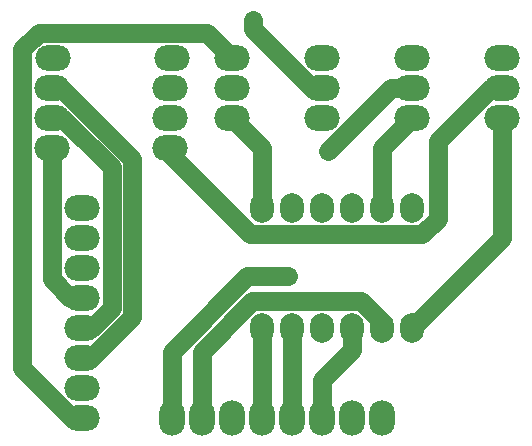
<source format=gbl>
G04 Layer: BottomLayer*
G04 EasyEDA v6.5.22, 2022-12-21 06:26:03*
G04 44fb20df35f846389fc18a84798fcb8b,a0dd7df4febf45e98c33e1d5b3abf522,10*
G04 Gerber Generator version 0.2*
G04 Scale: 100 percent, Rotated: No, Reflected: No *
G04 Dimensions in millimeters *
G04 leading zeros omitted , absolute positions ,4 integer and 5 decimal *
%FSLAX45Y45*%
%MOMM*%

%ADD10C,1.6000*%
%ADD11O,2.999994X2.1999956000000003*%
%ADD12O,2.1999956000000003X2.999994*%
%ADD13O,1.9999959999999999X2.4999949999999997*%
%ADD14C,1.0000*%

%LPD*%
D10*
X3307941Y1242999D02*
G01*
X3307941Y1289403D01*
X3132300Y1465044D01*
X2214016Y1465044D01*
X1783941Y1034976D01*
X1783941Y480999D01*
X1529941Y480999D02*
G01*
X1529941Y1035123D01*
X2171217Y1676400D01*
X2514600Y1676400D01*
X3561941Y3274974D02*
G01*
X3386274Y3274974D01*
X2850182Y2738884D01*
X4323915Y3274974D02*
G01*
X4233415Y3274974D01*
X3782616Y2824175D01*
X3782616Y2163676D01*
X3653655Y2034715D01*
X2192324Y2034715D01*
X1513941Y2713098D01*
X1513941Y2766974D01*
X2037941Y3528974D02*
G01*
X1828774Y3738140D01*
X403633Y3738140D01*
X264591Y3599103D01*
X264591Y902258D01*
X685850Y480999D01*
X767941Y480999D01*
X513941Y3274974D02*
G01*
X596392Y3274974D01*
X1198501Y2672864D01*
X1198501Y1336215D01*
X851286Y988999D01*
X767941Y988999D01*
X513941Y3020974D02*
G01*
X604613Y3020974D01*
X1024384Y2601211D01*
X1024384Y1410616D01*
X856767Y1242999D01*
X767941Y1242999D01*
X513941Y2766974D02*
G01*
X513941Y1656077D01*
X673026Y1496999D01*
X767941Y1496999D01*
X3053941Y1242999D02*
G01*
X3053941Y1054986D01*
X2799941Y800986D01*
X2799941Y480999D01*
X2545941Y1242999D02*
G01*
X2545941Y480999D01*
X2291941Y1242999D02*
G01*
X2291941Y480999D01*
X4323915Y3020974D02*
G01*
X4323915Y2004974D01*
X3561941Y1242999D01*
X3561941Y3020974D02*
G01*
X3307941Y2766974D01*
X3307941Y2258999D01*
X2037941Y3020974D02*
G01*
X2291941Y2766974D01*
X2291941Y2258999D01*
X2219883Y3845105D02*
G01*
X2219883Y3770807D01*
X2715717Y3274974D01*
X2799941Y3274974D01*
D11*
G01*
X767935Y480989D03*
G01*
X767935Y734989D03*
G01*
X767935Y988989D03*
G01*
X767935Y1242989D03*
G01*
X767935Y1496989D03*
G01*
X767935Y1750989D03*
G01*
X767935Y2004989D03*
G01*
X767935Y2258989D03*
D12*
G01*
X3307933Y480989D03*
G01*
X3053933Y480989D03*
G01*
X2799933Y480989D03*
G01*
X2545933Y480989D03*
G01*
X2291933Y480989D03*
G01*
X2037933Y480989D03*
G01*
X1783933Y480989D03*
G01*
X1529933Y480989D03*
D13*
G01*
X2291933Y1242987D03*
G01*
X2545933Y1242987D03*
G01*
X2799933Y1242987D03*
G01*
X3053933Y1242987D03*
G01*
X3307933Y1242987D03*
G01*
X3561933Y1242987D03*
G01*
X3561933Y2258987D03*
G01*
X3307933Y2258987D03*
G01*
X3053933Y2258987D03*
G01*
X2799933Y2258987D03*
G01*
X2545933Y2258987D03*
G01*
X2291933Y2258987D03*
D11*
G01*
X1529933Y3528984D03*
G01*
X529935Y3528984D03*
G01*
X1513933Y3274984D03*
G01*
X513935Y3274984D03*
G01*
X1513933Y3020984D03*
G01*
X513935Y3020984D03*
G01*
X1513933Y2766984D03*
G01*
X513935Y2766984D03*
G01*
X2037933Y3528984D03*
G01*
X2037933Y3274984D03*
G01*
X2037933Y3020984D03*
G01*
X2799930Y3528984D03*
G01*
X2799930Y3274984D03*
G01*
X2799930Y3020984D03*
G01*
X3561930Y3528984D03*
G01*
X3561930Y3274984D03*
G01*
X3561930Y3020984D03*
G01*
X4323928Y3528984D03*
G01*
X4323928Y3274984D03*
G01*
X4323928Y3020984D03*
D14*
G01*
X2219883Y3845102D03*
G01*
X2850184Y2738881D03*
G01*
X2514600Y1676400D03*
M02*

</source>
